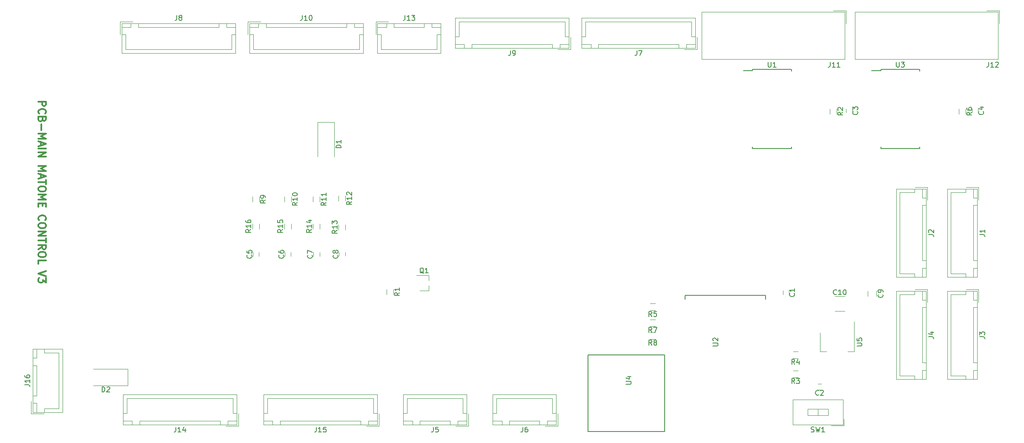
<source format=gto>
G04 #@! TF.FileFunction,Legend,Top*
%FSLAX46Y46*%
G04 Gerber Fmt 4.6, Leading zero omitted, Abs format (unit mm)*
G04 Created by KiCad (PCBNEW 4.0.7) date 01/22/18 23:51:58*
%MOMM*%
%LPD*%
G01*
G04 APERTURE LIST*
%ADD10C,0.100000*%
%ADD11C,0.300000*%
%ADD12C,0.120000*%
%ADD13C,0.152400*%
%ADD14C,0.150000*%
G04 APERTURE END LIST*
D10*
D11*
X53296429Y-62680714D02*
X54796429Y-62680714D01*
X54796429Y-63252142D01*
X54725000Y-63395000D01*
X54653571Y-63466428D01*
X54510714Y-63537857D01*
X54296429Y-63537857D01*
X54153571Y-63466428D01*
X54082143Y-63395000D01*
X54010714Y-63252142D01*
X54010714Y-62680714D01*
X53439286Y-65037857D02*
X53367857Y-64966428D01*
X53296429Y-64752142D01*
X53296429Y-64609285D01*
X53367857Y-64395000D01*
X53510714Y-64252142D01*
X53653571Y-64180714D01*
X53939286Y-64109285D01*
X54153571Y-64109285D01*
X54439286Y-64180714D01*
X54582143Y-64252142D01*
X54725000Y-64395000D01*
X54796429Y-64609285D01*
X54796429Y-64752142D01*
X54725000Y-64966428D01*
X54653571Y-65037857D01*
X54082143Y-66180714D02*
X54010714Y-66395000D01*
X53939286Y-66466428D01*
X53796429Y-66537857D01*
X53582143Y-66537857D01*
X53439286Y-66466428D01*
X53367857Y-66395000D01*
X53296429Y-66252142D01*
X53296429Y-65680714D01*
X54796429Y-65680714D01*
X54796429Y-66180714D01*
X54725000Y-66323571D01*
X54653571Y-66395000D01*
X54510714Y-66466428D01*
X54367857Y-66466428D01*
X54225000Y-66395000D01*
X54153571Y-66323571D01*
X54082143Y-66180714D01*
X54082143Y-65680714D01*
X53867857Y-67180714D02*
X53867857Y-68323571D01*
X53296429Y-69037857D02*
X54796429Y-69037857D01*
X53725000Y-69537857D01*
X54796429Y-70037857D01*
X53296429Y-70037857D01*
X53725000Y-70680714D02*
X53725000Y-71395000D01*
X53296429Y-70537857D02*
X54796429Y-71037857D01*
X53296429Y-71537857D01*
X53296429Y-72037857D02*
X54796429Y-72037857D01*
X53296429Y-72752143D02*
X54796429Y-72752143D01*
X53296429Y-73609286D01*
X54796429Y-73609286D01*
X53296429Y-75466429D02*
X54796429Y-75466429D01*
X53725000Y-75966429D01*
X54796429Y-76466429D01*
X53296429Y-76466429D01*
X53725000Y-77109286D02*
X53725000Y-77823572D01*
X53296429Y-76966429D02*
X54796429Y-77466429D01*
X53296429Y-77966429D01*
X54796429Y-78252143D02*
X54796429Y-79109286D01*
X53296429Y-78680715D02*
X54796429Y-78680715D01*
X54796429Y-79895000D02*
X54796429Y-80180714D01*
X54725000Y-80323572D01*
X54582143Y-80466429D01*
X54296429Y-80537857D01*
X53796429Y-80537857D01*
X53510714Y-80466429D01*
X53367857Y-80323572D01*
X53296429Y-80180714D01*
X53296429Y-79895000D01*
X53367857Y-79752143D01*
X53510714Y-79609286D01*
X53796429Y-79537857D01*
X54296429Y-79537857D01*
X54582143Y-79609286D01*
X54725000Y-79752143D01*
X54796429Y-79895000D01*
X53296429Y-81180715D02*
X54796429Y-81180715D01*
X53725000Y-81680715D01*
X54796429Y-82180715D01*
X53296429Y-82180715D01*
X54082143Y-82895001D02*
X54082143Y-83395001D01*
X53296429Y-83609287D02*
X53296429Y-82895001D01*
X54796429Y-82895001D01*
X54796429Y-83609287D01*
X53439286Y-86252144D02*
X53367857Y-86180715D01*
X53296429Y-85966429D01*
X53296429Y-85823572D01*
X53367857Y-85609287D01*
X53510714Y-85466429D01*
X53653571Y-85395001D01*
X53939286Y-85323572D01*
X54153571Y-85323572D01*
X54439286Y-85395001D01*
X54582143Y-85466429D01*
X54725000Y-85609287D01*
X54796429Y-85823572D01*
X54796429Y-85966429D01*
X54725000Y-86180715D01*
X54653571Y-86252144D01*
X54796429Y-87180715D02*
X54796429Y-87466429D01*
X54725000Y-87609287D01*
X54582143Y-87752144D01*
X54296429Y-87823572D01*
X53796429Y-87823572D01*
X53510714Y-87752144D01*
X53367857Y-87609287D01*
X53296429Y-87466429D01*
X53296429Y-87180715D01*
X53367857Y-87037858D01*
X53510714Y-86895001D01*
X53796429Y-86823572D01*
X54296429Y-86823572D01*
X54582143Y-86895001D01*
X54725000Y-87037858D01*
X54796429Y-87180715D01*
X53296429Y-88466430D02*
X54796429Y-88466430D01*
X53296429Y-89323573D01*
X54796429Y-89323573D01*
X54796429Y-89823573D02*
X54796429Y-90680716D01*
X53296429Y-90252145D02*
X54796429Y-90252145D01*
X53296429Y-92037859D02*
X54010714Y-91537859D01*
X53296429Y-91180716D02*
X54796429Y-91180716D01*
X54796429Y-91752144D01*
X54725000Y-91895002D01*
X54653571Y-91966430D01*
X54510714Y-92037859D01*
X54296429Y-92037859D01*
X54153571Y-91966430D01*
X54082143Y-91895002D01*
X54010714Y-91752144D01*
X54010714Y-91180716D01*
X54796429Y-92966430D02*
X54796429Y-93252144D01*
X54725000Y-93395002D01*
X54582143Y-93537859D01*
X54296429Y-93609287D01*
X53796429Y-93609287D01*
X53510714Y-93537859D01*
X53367857Y-93395002D01*
X53296429Y-93252144D01*
X53296429Y-92966430D01*
X53367857Y-92823573D01*
X53510714Y-92680716D01*
X53796429Y-92609287D01*
X54296429Y-92609287D01*
X54582143Y-92680716D01*
X54725000Y-92823573D01*
X54796429Y-92966430D01*
X53296429Y-94966431D02*
X53296429Y-94252145D01*
X54796429Y-94252145D01*
X54796429Y-96395002D02*
X53296429Y-96895002D01*
X54796429Y-97395002D01*
X54796429Y-97752145D02*
X54796429Y-98680716D01*
X54225000Y-98180716D01*
X54225000Y-98395002D01*
X54153571Y-98537859D01*
X54082143Y-98609288D01*
X53939286Y-98680716D01*
X53582143Y-98680716D01*
X53439286Y-98609288D01*
X53367857Y-98537859D01*
X53296429Y-98395002D01*
X53296429Y-97966430D01*
X53367857Y-97823573D01*
X53439286Y-97752145D01*
D12*
X158760000Y-51980000D02*
X158760000Y-46030000D01*
X158760000Y-46030000D02*
X136160000Y-46030000D01*
X136160000Y-46030000D02*
X136160000Y-51980000D01*
X136160000Y-51980000D02*
X158760000Y-51980000D01*
X155460000Y-51980000D02*
X155460000Y-51230000D01*
X155460000Y-51230000D02*
X139460000Y-51230000D01*
X139460000Y-51230000D02*
X139460000Y-51980000D01*
X139460000Y-51980000D02*
X155460000Y-51980000D01*
X158760000Y-51980000D02*
X158760000Y-51230000D01*
X158760000Y-51230000D02*
X156960000Y-51230000D01*
X156960000Y-51230000D02*
X156960000Y-51980000D01*
X156960000Y-51980000D02*
X158760000Y-51980000D01*
X137960000Y-51980000D02*
X137960000Y-51230000D01*
X137960000Y-51230000D02*
X136160000Y-51230000D01*
X136160000Y-51230000D02*
X136160000Y-51980000D01*
X136160000Y-51980000D02*
X137960000Y-51980000D01*
X158760000Y-49730000D02*
X158010000Y-49730000D01*
X158010000Y-49730000D02*
X158010000Y-46780000D01*
X158010000Y-46780000D02*
X147460000Y-46780000D01*
X136160000Y-49730000D02*
X136910000Y-49730000D01*
X136910000Y-49730000D02*
X136910000Y-46780000D01*
X136910000Y-46780000D02*
X147460000Y-46780000D01*
X156560000Y-52280000D02*
X159060000Y-52280000D01*
X159060000Y-52280000D02*
X159060000Y-49780000D01*
X183920000Y-51980000D02*
X183920000Y-46030000D01*
X183920000Y-46030000D02*
X161320000Y-46030000D01*
X161320000Y-46030000D02*
X161320000Y-51980000D01*
X161320000Y-51980000D02*
X183920000Y-51980000D01*
X180620000Y-51980000D02*
X180620000Y-51230000D01*
X180620000Y-51230000D02*
X164620000Y-51230000D01*
X164620000Y-51230000D02*
X164620000Y-51980000D01*
X164620000Y-51980000D02*
X180620000Y-51980000D01*
X183920000Y-51980000D02*
X183920000Y-51230000D01*
X183920000Y-51230000D02*
X182120000Y-51230000D01*
X182120000Y-51230000D02*
X182120000Y-51980000D01*
X182120000Y-51980000D02*
X183920000Y-51980000D01*
X163120000Y-51980000D02*
X163120000Y-51230000D01*
X163120000Y-51230000D02*
X161320000Y-51230000D01*
X161320000Y-51230000D02*
X161320000Y-51980000D01*
X161320000Y-51980000D02*
X163120000Y-51980000D01*
X183920000Y-49730000D02*
X183170000Y-49730000D01*
X183170000Y-49730000D02*
X183170000Y-46780000D01*
X183170000Y-46780000D02*
X172620000Y-46780000D01*
X161320000Y-49730000D02*
X162070000Y-49730000D01*
X162070000Y-49730000D02*
X162070000Y-46780000D01*
X162070000Y-46780000D02*
X172620000Y-46780000D01*
X181720000Y-52280000D02*
X184220000Y-52280000D01*
X184220000Y-52280000D02*
X184220000Y-49780000D01*
X52160000Y-124470000D02*
X58110000Y-124470000D01*
X58110000Y-124470000D02*
X58110000Y-111870000D01*
X58110000Y-111870000D02*
X52160000Y-111870000D01*
X52160000Y-111870000D02*
X52160000Y-124470000D01*
X52160000Y-121170000D02*
X52910000Y-121170000D01*
X52910000Y-121170000D02*
X52910000Y-115170000D01*
X52910000Y-115170000D02*
X52160000Y-115170000D01*
X52160000Y-115170000D02*
X52160000Y-121170000D01*
X52160000Y-124470000D02*
X52910000Y-124470000D01*
X52910000Y-124470000D02*
X52910000Y-122670000D01*
X52910000Y-122670000D02*
X52160000Y-122670000D01*
X52160000Y-122670000D02*
X52160000Y-124470000D01*
X52160000Y-113670000D02*
X52910000Y-113670000D01*
X52910000Y-113670000D02*
X52910000Y-111870000D01*
X52910000Y-111870000D02*
X52160000Y-111870000D01*
X52160000Y-111870000D02*
X52160000Y-113670000D01*
X54410000Y-124470000D02*
X54410000Y-123720000D01*
X54410000Y-123720000D02*
X57360000Y-123720000D01*
X57360000Y-123720000D02*
X57360000Y-118170000D01*
X54410000Y-111870000D02*
X54410000Y-112620000D01*
X54410000Y-112620000D02*
X57360000Y-112620000D01*
X57360000Y-112620000D02*
X57360000Y-118170000D01*
X51860000Y-122270000D02*
X51860000Y-124770000D01*
X51860000Y-124770000D02*
X54360000Y-124770000D01*
X120660000Y-126910000D02*
X120660000Y-120960000D01*
X120660000Y-120960000D02*
X98060000Y-120960000D01*
X98060000Y-120960000D02*
X98060000Y-126910000D01*
X98060000Y-126910000D02*
X120660000Y-126910000D01*
X117360000Y-126910000D02*
X117360000Y-126160000D01*
X117360000Y-126160000D02*
X101360000Y-126160000D01*
X101360000Y-126160000D02*
X101360000Y-126910000D01*
X101360000Y-126910000D02*
X117360000Y-126910000D01*
X120660000Y-126910000D02*
X120660000Y-126160000D01*
X120660000Y-126160000D02*
X118860000Y-126160000D01*
X118860000Y-126160000D02*
X118860000Y-126910000D01*
X118860000Y-126910000D02*
X120660000Y-126910000D01*
X99860000Y-126910000D02*
X99860000Y-126160000D01*
X99860000Y-126160000D02*
X98060000Y-126160000D01*
X98060000Y-126160000D02*
X98060000Y-126910000D01*
X98060000Y-126910000D02*
X99860000Y-126910000D01*
X120660000Y-124660000D02*
X119910000Y-124660000D01*
X119910000Y-124660000D02*
X119910000Y-121710000D01*
X119910000Y-121710000D02*
X109360000Y-121710000D01*
X98060000Y-124660000D02*
X98810000Y-124660000D01*
X98810000Y-124660000D02*
X98810000Y-121710000D01*
X98810000Y-121710000D02*
X109360000Y-121710000D01*
X118460000Y-127210000D02*
X120960000Y-127210000D01*
X120960000Y-127210000D02*
X120960000Y-124710000D01*
X92720000Y-126910000D02*
X92720000Y-120960000D01*
X92720000Y-120960000D02*
X70120000Y-120960000D01*
X70120000Y-120960000D02*
X70120000Y-126910000D01*
X70120000Y-126910000D02*
X92720000Y-126910000D01*
X89420000Y-126910000D02*
X89420000Y-126160000D01*
X89420000Y-126160000D02*
X73420000Y-126160000D01*
X73420000Y-126160000D02*
X73420000Y-126910000D01*
X73420000Y-126910000D02*
X89420000Y-126910000D01*
X92720000Y-126910000D02*
X92720000Y-126160000D01*
X92720000Y-126160000D02*
X90920000Y-126160000D01*
X90920000Y-126160000D02*
X90920000Y-126910000D01*
X90920000Y-126910000D02*
X92720000Y-126910000D01*
X71920000Y-126910000D02*
X71920000Y-126160000D01*
X71920000Y-126160000D02*
X70120000Y-126160000D01*
X70120000Y-126160000D02*
X70120000Y-126910000D01*
X70120000Y-126910000D02*
X71920000Y-126910000D01*
X92720000Y-124660000D02*
X91970000Y-124660000D01*
X91970000Y-124660000D02*
X91970000Y-121710000D01*
X91970000Y-121710000D02*
X81420000Y-121710000D01*
X70120000Y-124660000D02*
X70870000Y-124660000D01*
X70870000Y-124660000D02*
X70870000Y-121710000D01*
X70870000Y-121710000D02*
X81420000Y-121710000D01*
X90520000Y-127210000D02*
X93020000Y-127210000D01*
X93020000Y-127210000D02*
X93020000Y-124710000D01*
X120680000Y-47080000D02*
X120680000Y-53030000D01*
X120680000Y-53030000D02*
X133280000Y-53030000D01*
X133280000Y-53030000D02*
X133280000Y-47080000D01*
X133280000Y-47080000D02*
X120680000Y-47080000D01*
X123980000Y-47080000D02*
X123980000Y-47830000D01*
X123980000Y-47830000D02*
X129980000Y-47830000D01*
X129980000Y-47830000D02*
X129980000Y-47080000D01*
X129980000Y-47080000D02*
X123980000Y-47080000D01*
X120680000Y-47080000D02*
X120680000Y-47830000D01*
X120680000Y-47830000D02*
X122480000Y-47830000D01*
X122480000Y-47830000D02*
X122480000Y-47080000D01*
X122480000Y-47080000D02*
X120680000Y-47080000D01*
X131480000Y-47080000D02*
X131480000Y-47830000D01*
X131480000Y-47830000D02*
X133280000Y-47830000D01*
X133280000Y-47830000D02*
X133280000Y-47080000D01*
X133280000Y-47080000D02*
X131480000Y-47080000D01*
X120680000Y-49330000D02*
X121430000Y-49330000D01*
X121430000Y-49330000D02*
X121430000Y-52280000D01*
X121430000Y-52280000D02*
X126980000Y-52280000D01*
X133280000Y-49330000D02*
X132530000Y-49330000D01*
X132530000Y-49330000D02*
X132530000Y-52280000D01*
X132530000Y-52280000D02*
X126980000Y-52280000D01*
X122880000Y-46780000D02*
X120380000Y-46780000D01*
X120380000Y-46780000D02*
X120380000Y-49280000D01*
X95240000Y-47080000D02*
X95240000Y-53030000D01*
X95240000Y-53030000D02*
X117840000Y-53030000D01*
X117840000Y-53030000D02*
X117840000Y-47080000D01*
X117840000Y-47080000D02*
X95240000Y-47080000D01*
X98540000Y-47080000D02*
X98540000Y-47830000D01*
X98540000Y-47830000D02*
X114540000Y-47830000D01*
X114540000Y-47830000D02*
X114540000Y-47080000D01*
X114540000Y-47080000D02*
X98540000Y-47080000D01*
X95240000Y-47080000D02*
X95240000Y-47830000D01*
X95240000Y-47830000D02*
X97040000Y-47830000D01*
X97040000Y-47830000D02*
X97040000Y-47080000D01*
X97040000Y-47080000D02*
X95240000Y-47080000D01*
X116040000Y-47080000D02*
X116040000Y-47830000D01*
X116040000Y-47830000D02*
X117840000Y-47830000D01*
X117840000Y-47830000D02*
X117840000Y-47080000D01*
X117840000Y-47080000D02*
X116040000Y-47080000D01*
X95240000Y-49330000D02*
X95990000Y-49330000D01*
X95990000Y-49330000D02*
X95990000Y-52280000D01*
X95990000Y-52280000D02*
X106540000Y-52280000D01*
X117840000Y-49330000D02*
X117090000Y-49330000D01*
X117090000Y-49330000D02*
X117090000Y-52280000D01*
X117090000Y-52280000D02*
X106540000Y-52280000D01*
X97440000Y-46780000D02*
X94940000Y-46780000D01*
X94940000Y-46780000D02*
X94940000Y-49280000D01*
X69840000Y-47080000D02*
X69840000Y-53030000D01*
X69840000Y-53030000D02*
X92440000Y-53030000D01*
X92440000Y-53030000D02*
X92440000Y-47080000D01*
X92440000Y-47080000D02*
X69840000Y-47080000D01*
X73140000Y-47080000D02*
X73140000Y-47830000D01*
X73140000Y-47830000D02*
X89140000Y-47830000D01*
X89140000Y-47830000D02*
X89140000Y-47080000D01*
X89140000Y-47080000D02*
X73140000Y-47080000D01*
X69840000Y-47080000D02*
X69840000Y-47830000D01*
X69840000Y-47830000D02*
X71640000Y-47830000D01*
X71640000Y-47830000D02*
X71640000Y-47080000D01*
X71640000Y-47080000D02*
X69840000Y-47080000D01*
X90640000Y-47080000D02*
X90640000Y-47830000D01*
X90640000Y-47830000D02*
X92440000Y-47830000D01*
X92440000Y-47830000D02*
X92440000Y-47080000D01*
X92440000Y-47080000D02*
X90640000Y-47080000D01*
X69840000Y-49330000D02*
X70590000Y-49330000D01*
X70590000Y-49330000D02*
X70590000Y-52280000D01*
X70590000Y-52280000D02*
X81140000Y-52280000D01*
X92440000Y-49330000D02*
X91690000Y-49330000D01*
X91690000Y-49330000D02*
X91690000Y-52280000D01*
X91690000Y-52280000D02*
X81140000Y-52280000D01*
X72040000Y-46780000D02*
X69540000Y-46780000D01*
X69540000Y-46780000D02*
X69540000Y-49280000D01*
X156220000Y-126910000D02*
X156220000Y-120960000D01*
X156220000Y-120960000D02*
X143620000Y-120960000D01*
X143620000Y-120960000D02*
X143620000Y-126910000D01*
X143620000Y-126910000D02*
X156220000Y-126910000D01*
X152920000Y-126910000D02*
X152920000Y-126160000D01*
X152920000Y-126160000D02*
X146920000Y-126160000D01*
X146920000Y-126160000D02*
X146920000Y-126910000D01*
X146920000Y-126910000D02*
X152920000Y-126910000D01*
X156220000Y-126910000D02*
X156220000Y-126160000D01*
X156220000Y-126160000D02*
X154420000Y-126160000D01*
X154420000Y-126160000D02*
X154420000Y-126910000D01*
X154420000Y-126910000D02*
X156220000Y-126910000D01*
X145420000Y-126910000D02*
X145420000Y-126160000D01*
X145420000Y-126160000D02*
X143620000Y-126160000D01*
X143620000Y-126160000D02*
X143620000Y-126910000D01*
X143620000Y-126910000D02*
X145420000Y-126910000D01*
X156220000Y-124660000D02*
X155470000Y-124660000D01*
X155470000Y-124660000D02*
X155470000Y-121710000D01*
X155470000Y-121710000D02*
X149920000Y-121710000D01*
X143620000Y-124660000D02*
X144370000Y-124660000D01*
X144370000Y-124660000D02*
X144370000Y-121710000D01*
X144370000Y-121710000D02*
X149920000Y-121710000D01*
X154020000Y-127210000D02*
X156520000Y-127210000D01*
X156520000Y-127210000D02*
X156520000Y-124710000D01*
X138440000Y-126910000D02*
X138440000Y-120960000D01*
X138440000Y-120960000D02*
X125840000Y-120960000D01*
X125840000Y-120960000D02*
X125840000Y-126910000D01*
X125840000Y-126910000D02*
X138440000Y-126910000D01*
X135140000Y-126910000D02*
X135140000Y-126160000D01*
X135140000Y-126160000D02*
X129140000Y-126160000D01*
X129140000Y-126160000D02*
X129140000Y-126910000D01*
X129140000Y-126910000D02*
X135140000Y-126910000D01*
X138440000Y-126910000D02*
X138440000Y-126160000D01*
X138440000Y-126160000D02*
X136640000Y-126160000D01*
X136640000Y-126160000D02*
X136640000Y-126910000D01*
X136640000Y-126910000D02*
X138440000Y-126910000D01*
X127640000Y-126910000D02*
X127640000Y-126160000D01*
X127640000Y-126160000D02*
X125840000Y-126160000D01*
X125840000Y-126160000D02*
X125840000Y-126910000D01*
X125840000Y-126910000D02*
X127640000Y-126910000D01*
X138440000Y-124660000D02*
X137690000Y-124660000D01*
X137690000Y-124660000D02*
X137690000Y-121710000D01*
X137690000Y-121710000D02*
X132140000Y-121710000D01*
X125840000Y-124660000D02*
X126590000Y-124660000D01*
X126590000Y-124660000D02*
X126590000Y-121710000D01*
X126590000Y-121710000D02*
X132140000Y-121710000D01*
X136240000Y-127210000D02*
X138740000Y-127210000D01*
X138740000Y-127210000D02*
X138740000Y-124710000D01*
X229780000Y-100320000D02*
X223830000Y-100320000D01*
X223830000Y-100320000D02*
X223830000Y-117920000D01*
X223830000Y-117920000D02*
X229780000Y-117920000D01*
X229780000Y-117920000D02*
X229780000Y-100320000D01*
X229780000Y-103620000D02*
X229030000Y-103620000D01*
X229030000Y-103620000D02*
X229030000Y-114620000D01*
X229030000Y-114620000D02*
X229780000Y-114620000D01*
X229780000Y-114620000D02*
X229780000Y-103620000D01*
X229780000Y-100320000D02*
X229030000Y-100320000D01*
X229030000Y-100320000D02*
X229030000Y-102120000D01*
X229030000Y-102120000D02*
X229780000Y-102120000D01*
X229780000Y-102120000D02*
X229780000Y-100320000D01*
X229780000Y-116120000D02*
X229030000Y-116120000D01*
X229030000Y-116120000D02*
X229030000Y-117920000D01*
X229030000Y-117920000D02*
X229780000Y-117920000D01*
X229780000Y-117920000D02*
X229780000Y-116120000D01*
X227530000Y-100320000D02*
X227530000Y-101070000D01*
X227530000Y-101070000D02*
X224580000Y-101070000D01*
X224580000Y-101070000D02*
X224580000Y-109120000D01*
X227530000Y-117920000D02*
X227530000Y-117170000D01*
X227530000Y-117170000D02*
X224580000Y-117170000D01*
X224580000Y-117170000D02*
X224580000Y-109120000D01*
X230080000Y-102520000D02*
X230080000Y-100020000D01*
X230080000Y-100020000D02*
X227580000Y-100020000D01*
X239940000Y-100320000D02*
X233990000Y-100320000D01*
X233990000Y-100320000D02*
X233990000Y-117920000D01*
X233990000Y-117920000D02*
X239940000Y-117920000D01*
X239940000Y-117920000D02*
X239940000Y-100320000D01*
X239940000Y-103620000D02*
X239190000Y-103620000D01*
X239190000Y-103620000D02*
X239190000Y-114620000D01*
X239190000Y-114620000D02*
X239940000Y-114620000D01*
X239940000Y-114620000D02*
X239940000Y-103620000D01*
X239940000Y-100320000D02*
X239190000Y-100320000D01*
X239190000Y-100320000D02*
X239190000Y-102120000D01*
X239190000Y-102120000D02*
X239940000Y-102120000D01*
X239940000Y-102120000D02*
X239940000Y-100320000D01*
X239940000Y-116120000D02*
X239190000Y-116120000D01*
X239190000Y-116120000D02*
X239190000Y-117920000D01*
X239190000Y-117920000D02*
X239940000Y-117920000D01*
X239940000Y-117920000D02*
X239940000Y-116120000D01*
X237690000Y-100320000D02*
X237690000Y-101070000D01*
X237690000Y-101070000D02*
X234740000Y-101070000D01*
X234740000Y-101070000D02*
X234740000Y-109120000D01*
X237690000Y-117920000D02*
X237690000Y-117170000D01*
X237690000Y-117170000D02*
X234740000Y-117170000D01*
X234740000Y-117170000D02*
X234740000Y-109120000D01*
X240240000Y-102520000D02*
X240240000Y-100020000D01*
X240240000Y-100020000D02*
X237740000Y-100020000D01*
X229780000Y-80000000D02*
X223830000Y-80000000D01*
X223830000Y-80000000D02*
X223830000Y-97600000D01*
X223830000Y-97600000D02*
X229780000Y-97600000D01*
X229780000Y-97600000D02*
X229780000Y-80000000D01*
X229780000Y-83300000D02*
X229030000Y-83300000D01*
X229030000Y-83300000D02*
X229030000Y-94300000D01*
X229030000Y-94300000D02*
X229780000Y-94300000D01*
X229780000Y-94300000D02*
X229780000Y-83300000D01*
X229780000Y-80000000D02*
X229030000Y-80000000D01*
X229030000Y-80000000D02*
X229030000Y-81800000D01*
X229030000Y-81800000D02*
X229780000Y-81800000D01*
X229780000Y-81800000D02*
X229780000Y-80000000D01*
X229780000Y-95800000D02*
X229030000Y-95800000D01*
X229030000Y-95800000D02*
X229030000Y-97600000D01*
X229030000Y-97600000D02*
X229780000Y-97600000D01*
X229780000Y-97600000D02*
X229780000Y-95800000D01*
X227530000Y-80000000D02*
X227530000Y-80750000D01*
X227530000Y-80750000D02*
X224580000Y-80750000D01*
X224580000Y-80750000D02*
X224580000Y-88800000D01*
X227530000Y-97600000D02*
X227530000Y-96850000D01*
X227530000Y-96850000D02*
X224580000Y-96850000D01*
X224580000Y-96850000D02*
X224580000Y-88800000D01*
X230080000Y-82200000D02*
X230080000Y-79700000D01*
X230080000Y-79700000D02*
X227580000Y-79700000D01*
X239940000Y-80000000D02*
X233990000Y-80000000D01*
X233990000Y-80000000D02*
X233990000Y-97600000D01*
X233990000Y-97600000D02*
X239940000Y-97600000D01*
X239940000Y-97600000D02*
X239940000Y-80000000D01*
X239940000Y-83300000D02*
X239190000Y-83300000D01*
X239190000Y-83300000D02*
X239190000Y-94300000D01*
X239190000Y-94300000D02*
X239940000Y-94300000D01*
X239940000Y-94300000D02*
X239940000Y-83300000D01*
X239940000Y-80000000D02*
X239190000Y-80000000D01*
X239190000Y-80000000D02*
X239190000Y-81800000D01*
X239190000Y-81800000D02*
X239940000Y-81800000D01*
X239940000Y-81800000D02*
X239940000Y-80000000D01*
X239940000Y-95800000D02*
X239190000Y-95800000D01*
X239190000Y-95800000D02*
X239190000Y-97600000D01*
X239190000Y-97600000D02*
X239940000Y-97600000D01*
X239940000Y-97600000D02*
X239940000Y-95800000D01*
X237690000Y-80000000D02*
X237690000Y-80750000D01*
X237690000Y-80750000D02*
X234740000Y-80750000D01*
X234740000Y-80750000D02*
X234740000Y-88800000D01*
X237690000Y-97600000D02*
X237690000Y-96850000D01*
X237690000Y-96850000D02*
X234740000Y-96850000D01*
X234740000Y-96850000D02*
X234740000Y-88800000D01*
X240240000Y-82200000D02*
X240240000Y-79700000D01*
X240240000Y-79700000D02*
X237740000Y-79700000D01*
X244110000Y-54205000D02*
X215630000Y-54205000D01*
X215630000Y-54205000D02*
X215630000Y-44855000D01*
X215630000Y-44855000D02*
X244110000Y-44855000D01*
X244110000Y-44855000D02*
X244110000Y-54205000D01*
X244360000Y-44605000D02*
X241820000Y-44605000D01*
X244360000Y-44605000D02*
X244360000Y-47145000D01*
X213630000Y-54205000D02*
X185150000Y-54205000D01*
X185150000Y-54205000D02*
X185150000Y-44855000D01*
X185150000Y-44855000D02*
X213630000Y-44855000D01*
X213630000Y-44855000D02*
X213630000Y-54205000D01*
X213880000Y-44605000D02*
X211340000Y-44605000D01*
X213880000Y-44605000D02*
X213880000Y-47145000D01*
D13*
X197866000Y-101981000D02*
X197866000Y-101219000D01*
X197866000Y-101219000D02*
X181864000Y-101219000D01*
X181864000Y-101219000D02*
X181864000Y-101981000D01*
D12*
X208680000Y-112425000D02*
X209940000Y-112425000D01*
X215500000Y-112425000D02*
X214240000Y-112425000D01*
X208680000Y-108665000D02*
X208680000Y-112425000D01*
X215500000Y-106415000D02*
X215500000Y-112425000D01*
X213630000Y-101390000D02*
X211630000Y-101390000D01*
X211630000Y-104350000D02*
X213630000Y-104350000D01*
X219880000Y-101350000D02*
X219880000Y-100350000D01*
X218180000Y-100350000D02*
X218180000Y-101350000D01*
D14*
X220790000Y-56260000D02*
X220790000Y-56535000D01*
X228540000Y-56260000D02*
X228540000Y-56625000D01*
X228540000Y-72010000D02*
X228540000Y-71645000D01*
X220790000Y-72010000D02*
X220790000Y-71645000D01*
X220790000Y-56260000D02*
X228540000Y-56260000D01*
X220790000Y-72010000D02*
X228540000Y-72010000D01*
X220790000Y-56535000D02*
X218965000Y-56535000D01*
X195260000Y-56260000D02*
X195260000Y-56535000D01*
X203010000Y-56260000D02*
X203010000Y-56625000D01*
X203010000Y-72010000D02*
X203010000Y-71645000D01*
X195260000Y-72010000D02*
X195260000Y-71645000D01*
X195260000Y-56260000D02*
X203010000Y-56260000D01*
X195260000Y-72010000D02*
X203010000Y-72010000D01*
X195260000Y-56535000D02*
X193435000Y-56535000D01*
D12*
X97200000Y-86960000D02*
X97200000Y-87960000D01*
X95840000Y-87960000D02*
X95840000Y-86960000D01*
X103550000Y-86960000D02*
X103550000Y-87960000D01*
X102190000Y-87960000D02*
X102190000Y-86960000D01*
X109265000Y-86960000D02*
X109265000Y-87960000D01*
X107905000Y-87960000D02*
X107905000Y-86960000D01*
X114345000Y-87130000D02*
X114345000Y-88130000D01*
X112985000Y-88130000D02*
X112985000Y-87130000D01*
X112985000Y-82415000D02*
X112985000Y-81415000D01*
X114345000Y-81415000D02*
X114345000Y-82415000D01*
X107905000Y-82585000D02*
X107905000Y-81585000D01*
X109265000Y-81585000D02*
X109265000Y-82585000D01*
X102190000Y-82585000D02*
X102190000Y-81585000D01*
X103550000Y-81585000D02*
X103550000Y-82585000D01*
X95840000Y-82585000D02*
X95840000Y-81585000D01*
X97200000Y-81585000D02*
X97200000Y-82585000D01*
X174930000Y-108540000D02*
X175930000Y-108540000D01*
X175930000Y-109900000D02*
X174930000Y-109900000D01*
X174930000Y-106000000D02*
X175930000Y-106000000D01*
X175930000Y-107360000D02*
X174930000Y-107360000D01*
X236302000Y-65100000D02*
X236302000Y-64100000D01*
X237662000Y-64100000D02*
X237662000Y-65100000D01*
X174930000Y-102825000D02*
X175930000Y-102825000D01*
X175930000Y-104185000D02*
X174930000Y-104185000D01*
X203335000Y-112350000D02*
X204335000Y-112350000D01*
X204335000Y-113710000D02*
X203335000Y-113710000D01*
X203335000Y-116160000D02*
X204335000Y-116160000D01*
X204335000Y-117520000D02*
X203335000Y-117520000D01*
X210648000Y-65100000D02*
X210648000Y-64100000D01*
X212008000Y-64100000D02*
X212008000Y-65100000D01*
X122510000Y-101000000D02*
X122510000Y-100000000D01*
X123870000Y-100000000D02*
X123870000Y-101000000D01*
X113065000Y-93375000D02*
X113065000Y-92675000D01*
X114265000Y-92675000D02*
X114265000Y-93375000D01*
X107985000Y-93380000D02*
X107985000Y-92680000D01*
X109185000Y-92680000D02*
X109185000Y-93380000D01*
X102270000Y-93380000D02*
X102270000Y-92680000D01*
X103470000Y-92680000D02*
X103470000Y-93380000D01*
X95920000Y-93380000D02*
X95920000Y-92680000D01*
X97120000Y-92680000D02*
X97120000Y-93380000D01*
X240122000Y-64100000D02*
X240122000Y-64800000D01*
X238922000Y-64800000D02*
X238922000Y-64100000D01*
X215103000Y-64100000D02*
X215103000Y-64800000D01*
X213903000Y-64800000D02*
X213903000Y-64100000D01*
X208945000Y-119980000D02*
X208245000Y-119980000D01*
X208245000Y-118780000D02*
X208945000Y-118780000D01*
X202530000Y-100300000D02*
X202530000Y-101000000D01*
X201330000Y-101000000D02*
X201330000Y-100300000D01*
X213490000Y-127140000D02*
X213490000Y-125870000D01*
X213490000Y-127140000D02*
X210950000Y-127140000D01*
X213290000Y-126940000D02*
X203270000Y-126940000D01*
X203270000Y-126940000D02*
X203270000Y-121980000D01*
X203270000Y-121980000D02*
X213290000Y-121980000D01*
X213290000Y-121980000D02*
X213290000Y-126940000D01*
X210310000Y-125095000D02*
X210310000Y-123825000D01*
X210310000Y-123825000D02*
X206250000Y-123825000D01*
X206250000Y-123825000D02*
X206250000Y-125095000D01*
X206250000Y-125095000D02*
X210310000Y-125095000D01*
X208280000Y-125095000D02*
X208280000Y-123825000D01*
X130930000Y-99245000D02*
X130930000Y-100295000D01*
X130930000Y-100295000D02*
X129080000Y-100295000D01*
X130930000Y-97245000D02*
X130930000Y-98245000D01*
X130910000Y-97235000D02*
X128480000Y-97235000D01*
X112140000Y-66720000D02*
X108840000Y-66720000D01*
X108840000Y-66720000D02*
X108840000Y-73620000D01*
X112140000Y-66720000D02*
X112140000Y-73620000D01*
X71075000Y-119125000D02*
X71075000Y-115825000D01*
X71075000Y-115825000D02*
X64175000Y-115825000D01*
X71075000Y-119125000D02*
X64175000Y-119125000D01*
D14*
X162560000Y-128270000D02*
X162560000Y-113030000D01*
X162560000Y-113030000D02*
X177800000Y-113030000D01*
X177800000Y-113030000D02*
X177800000Y-128270000D01*
X177800000Y-128270000D02*
X162560000Y-128270000D01*
X147126667Y-52482381D02*
X147126667Y-53196667D01*
X147079047Y-53339524D01*
X146983809Y-53434762D01*
X146840952Y-53482381D01*
X146745714Y-53482381D01*
X147650476Y-53482381D02*
X147840952Y-53482381D01*
X147936191Y-53434762D01*
X147983810Y-53387143D01*
X148079048Y-53244286D01*
X148126667Y-53053810D01*
X148126667Y-52672857D01*
X148079048Y-52577619D01*
X148031429Y-52530000D01*
X147936191Y-52482381D01*
X147745714Y-52482381D01*
X147650476Y-52530000D01*
X147602857Y-52577619D01*
X147555238Y-52672857D01*
X147555238Y-52910952D01*
X147602857Y-53006190D01*
X147650476Y-53053810D01*
X147745714Y-53101429D01*
X147936191Y-53101429D01*
X148031429Y-53053810D01*
X148079048Y-53006190D01*
X148126667Y-52910952D01*
X172286667Y-52482381D02*
X172286667Y-53196667D01*
X172239047Y-53339524D01*
X172143809Y-53434762D01*
X172000952Y-53482381D01*
X171905714Y-53482381D01*
X172667619Y-52482381D02*
X173334286Y-52482381D01*
X172905714Y-53482381D01*
X50562381Y-118979523D02*
X51276667Y-118979523D01*
X51419524Y-119027143D01*
X51514762Y-119122381D01*
X51562381Y-119265238D01*
X51562381Y-119360476D01*
X51562381Y-117979523D02*
X51562381Y-118550952D01*
X51562381Y-118265238D02*
X50562381Y-118265238D01*
X50705238Y-118360476D01*
X50800476Y-118455714D01*
X50848095Y-118550952D01*
X50562381Y-117122380D02*
X50562381Y-117312857D01*
X50610000Y-117408095D01*
X50657619Y-117455714D01*
X50800476Y-117550952D01*
X50990952Y-117598571D01*
X51371905Y-117598571D01*
X51467143Y-117550952D01*
X51514762Y-117503333D01*
X51562381Y-117408095D01*
X51562381Y-117217618D01*
X51514762Y-117122380D01*
X51467143Y-117074761D01*
X51371905Y-117027142D01*
X51133810Y-117027142D01*
X51038571Y-117074761D01*
X50990952Y-117122380D01*
X50943333Y-117217618D01*
X50943333Y-117408095D01*
X50990952Y-117503333D01*
X51038571Y-117550952D01*
X51133810Y-117598571D01*
X108550477Y-127412381D02*
X108550477Y-128126667D01*
X108502857Y-128269524D01*
X108407619Y-128364762D01*
X108264762Y-128412381D01*
X108169524Y-128412381D01*
X109550477Y-128412381D02*
X108979048Y-128412381D01*
X109264762Y-128412381D02*
X109264762Y-127412381D01*
X109169524Y-127555238D01*
X109074286Y-127650476D01*
X108979048Y-127698095D01*
X110455239Y-127412381D02*
X109979048Y-127412381D01*
X109931429Y-127888571D01*
X109979048Y-127840952D01*
X110074286Y-127793333D01*
X110312382Y-127793333D01*
X110407620Y-127840952D01*
X110455239Y-127888571D01*
X110502858Y-127983810D01*
X110502858Y-128221905D01*
X110455239Y-128317143D01*
X110407620Y-128364762D01*
X110312382Y-128412381D01*
X110074286Y-128412381D01*
X109979048Y-128364762D01*
X109931429Y-128317143D01*
X80610477Y-127412381D02*
X80610477Y-128126667D01*
X80562857Y-128269524D01*
X80467619Y-128364762D01*
X80324762Y-128412381D01*
X80229524Y-128412381D01*
X81610477Y-128412381D02*
X81039048Y-128412381D01*
X81324762Y-128412381D02*
X81324762Y-127412381D01*
X81229524Y-127555238D01*
X81134286Y-127650476D01*
X81039048Y-127698095D01*
X82467620Y-127745714D02*
X82467620Y-128412381D01*
X82229524Y-127364762D02*
X81991429Y-128079048D01*
X82610477Y-128079048D01*
X126170477Y-45482381D02*
X126170477Y-46196667D01*
X126122857Y-46339524D01*
X126027619Y-46434762D01*
X125884762Y-46482381D01*
X125789524Y-46482381D01*
X127170477Y-46482381D02*
X126599048Y-46482381D01*
X126884762Y-46482381D02*
X126884762Y-45482381D01*
X126789524Y-45625238D01*
X126694286Y-45720476D01*
X126599048Y-45768095D01*
X127503810Y-45482381D02*
X128122858Y-45482381D01*
X127789524Y-45863333D01*
X127932382Y-45863333D01*
X128027620Y-45910952D01*
X128075239Y-45958571D01*
X128122858Y-46053810D01*
X128122858Y-46291905D01*
X128075239Y-46387143D01*
X128027620Y-46434762D01*
X127932382Y-46482381D01*
X127646667Y-46482381D01*
X127551429Y-46434762D01*
X127503810Y-46387143D01*
X105730477Y-45482381D02*
X105730477Y-46196667D01*
X105682857Y-46339524D01*
X105587619Y-46434762D01*
X105444762Y-46482381D01*
X105349524Y-46482381D01*
X106730477Y-46482381D02*
X106159048Y-46482381D01*
X106444762Y-46482381D02*
X106444762Y-45482381D01*
X106349524Y-45625238D01*
X106254286Y-45720476D01*
X106159048Y-45768095D01*
X107349524Y-45482381D02*
X107444763Y-45482381D01*
X107540001Y-45530000D01*
X107587620Y-45577619D01*
X107635239Y-45672857D01*
X107682858Y-45863333D01*
X107682858Y-46101429D01*
X107635239Y-46291905D01*
X107587620Y-46387143D01*
X107540001Y-46434762D01*
X107444763Y-46482381D01*
X107349524Y-46482381D01*
X107254286Y-46434762D01*
X107206667Y-46387143D01*
X107159048Y-46291905D01*
X107111429Y-46101429D01*
X107111429Y-45863333D01*
X107159048Y-45672857D01*
X107206667Y-45577619D01*
X107254286Y-45530000D01*
X107349524Y-45482381D01*
X80806667Y-45482381D02*
X80806667Y-46196667D01*
X80759047Y-46339524D01*
X80663809Y-46434762D01*
X80520952Y-46482381D01*
X80425714Y-46482381D01*
X81425714Y-45910952D02*
X81330476Y-45863333D01*
X81282857Y-45815714D01*
X81235238Y-45720476D01*
X81235238Y-45672857D01*
X81282857Y-45577619D01*
X81330476Y-45530000D01*
X81425714Y-45482381D01*
X81616191Y-45482381D01*
X81711429Y-45530000D01*
X81759048Y-45577619D01*
X81806667Y-45672857D01*
X81806667Y-45720476D01*
X81759048Y-45815714D01*
X81711429Y-45863333D01*
X81616191Y-45910952D01*
X81425714Y-45910952D01*
X81330476Y-45958571D01*
X81282857Y-46006190D01*
X81235238Y-46101429D01*
X81235238Y-46291905D01*
X81282857Y-46387143D01*
X81330476Y-46434762D01*
X81425714Y-46482381D01*
X81616191Y-46482381D01*
X81711429Y-46434762D01*
X81759048Y-46387143D01*
X81806667Y-46291905D01*
X81806667Y-46101429D01*
X81759048Y-46006190D01*
X81711429Y-45958571D01*
X81616191Y-45910952D01*
X149586667Y-127412381D02*
X149586667Y-128126667D01*
X149539047Y-128269524D01*
X149443809Y-128364762D01*
X149300952Y-128412381D01*
X149205714Y-128412381D01*
X150491429Y-127412381D02*
X150300952Y-127412381D01*
X150205714Y-127460000D01*
X150158095Y-127507619D01*
X150062857Y-127650476D01*
X150015238Y-127840952D01*
X150015238Y-128221905D01*
X150062857Y-128317143D01*
X150110476Y-128364762D01*
X150205714Y-128412381D01*
X150396191Y-128412381D01*
X150491429Y-128364762D01*
X150539048Y-128317143D01*
X150586667Y-128221905D01*
X150586667Y-127983810D01*
X150539048Y-127888571D01*
X150491429Y-127840952D01*
X150396191Y-127793333D01*
X150205714Y-127793333D01*
X150110476Y-127840952D01*
X150062857Y-127888571D01*
X150015238Y-127983810D01*
X131806667Y-127412381D02*
X131806667Y-128126667D01*
X131759047Y-128269524D01*
X131663809Y-128364762D01*
X131520952Y-128412381D01*
X131425714Y-128412381D01*
X132759048Y-127412381D02*
X132282857Y-127412381D01*
X132235238Y-127888571D01*
X132282857Y-127840952D01*
X132378095Y-127793333D01*
X132616191Y-127793333D01*
X132711429Y-127840952D01*
X132759048Y-127888571D01*
X132806667Y-127983810D01*
X132806667Y-128221905D01*
X132759048Y-128317143D01*
X132711429Y-128364762D01*
X132616191Y-128412381D01*
X132378095Y-128412381D01*
X132282857Y-128364762D01*
X132235238Y-128317143D01*
X230282381Y-109453333D02*
X230996667Y-109453333D01*
X231139524Y-109500953D01*
X231234762Y-109596191D01*
X231282381Y-109739048D01*
X231282381Y-109834286D01*
X230615714Y-108548571D02*
X231282381Y-108548571D01*
X230234762Y-108786667D02*
X230949048Y-109024762D01*
X230949048Y-108405714D01*
X240442381Y-109453333D02*
X241156667Y-109453333D01*
X241299524Y-109500953D01*
X241394762Y-109596191D01*
X241442381Y-109739048D01*
X241442381Y-109834286D01*
X240442381Y-109072381D02*
X240442381Y-108453333D01*
X240823333Y-108786667D01*
X240823333Y-108643809D01*
X240870952Y-108548571D01*
X240918571Y-108500952D01*
X241013810Y-108453333D01*
X241251905Y-108453333D01*
X241347143Y-108500952D01*
X241394762Y-108548571D01*
X241442381Y-108643809D01*
X241442381Y-108929524D01*
X241394762Y-109024762D01*
X241347143Y-109072381D01*
X230282381Y-89133333D02*
X230996667Y-89133333D01*
X231139524Y-89180953D01*
X231234762Y-89276191D01*
X231282381Y-89419048D01*
X231282381Y-89514286D01*
X230377619Y-88704762D02*
X230330000Y-88657143D01*
X230282381Y-88561905D01*
X230282381Y-88323809D01*
X230330000Y-88228571D01*
X230377619Y-88180952D01*
X230472857Y-88133333D01*
X230568095Y-88133333D01*
X230710952Y-88180952D01*
X231282381Y-88752381D01*
X231282381Y-88133333D01*
X240442381Y-89133333D02*
X241156667Y-89133333D01*
X241299524Y-89180953D01*
X241394762Y-89276191D01*
X241442381Y-89419048D01*
X241442381Y-89514286D01*
X241442381Y-88133333D02*
X241442381Y-88704762D01*
X241442381Y-88419048D02*
X240442381Y-88419048D01*
X240585238Y-88514286D01*
X240680476Y-88609524D01*
X240728095Y-88704762D01*
X242220477Y-54802381D02*
X242220477Y-55516667D01*
X242172857Y-55659524D01*
X242077619Y-55754762D01*
X241934762Y-55802381D01*
X241839524Y-55802381D01*
X243220477Y-55802381D02*
X242649048Y-55802381D01*
X242934762Y-55802381D02*
X242934762Y-54802381D01*
X242839524Y-54945238D01*
X242744286Y-55040476D01*
X242649048Y-55088095D01*
X243601429Y-54897619D02*
X243649048Y-54850000D01*
X243744286Y-54802381D01*
X243982382Y-54802381D01*
X244077620Y-54850000D01*
X244125239Y-54897619D01*
X244172858Y-54992857D01*
X244172858Y-55088095D01*
X244125239Y-55230952D01*
X243553810Y-55802381D01*
X244172858Y-55802381D01*
X210720477Y-54802381D02*
X210720477Y-55516667D01*
X210672857Y-55659524D01*
X210577619Y-55754762D01*
X210434762Y-55802381D01*
X210339524Y-55802381D01*
X211720477Y-55802381D02*
X211149048Y-55802381D01*
X211434762Y-55802381D02*
X211434762Y-54802381D01*
X211339524Y-54945238D01*
X211244286Y-55040476D01*
X211149048Y-55088095D01*
X212672858Y-55802381D02*
X212101429Y-55802381D01*
X212387143Y-55802381D02*
X212387143Y-54802381D01*
X212291905Y-54945238D01*
X212196667Y-55040476D01*
X212101429Y-55088095D01*
X187412381Y-111251905D02*
X188221905Y-111251905D01*
X188317143Y-111204286D01*
X188364762Y-111156667D01*
X188412381Y-111061429D01*
X188412381Y-110870952D01*
X188364762Y-110775714D01*
X188317143Y-110728095D01*
X188221905Y-110680476D01*
X187412381Y-110680476D01*
X187507619Y-110251905D02*
X187460000Y-110204286D01*
X187412381Y-110109048D01*
X187412381Y-109870952D01*
X187460000Y-109775714D01*
X187507619Y-109728095D01*
X187602857Y-109680476D01*
X187698095Y-109680476D01*
X187840952Y-109728095D01*
X188412381Y-110299524D01*
X188412381Y-109680476D01*
X216042381Y-111276905D02*
X216851905Y-111276905D01*
X216947143Y-111229286D01*
X216994762Y-111181667D01*
X217042381Y-111086429D01*
X217042381Y-110895952D01*
X216994762Y-110800714D01*
X216947143Y-110753095D01*
X216851905Y-110705476D01*
X216042381Y-110705476D01*
X216042381Y-109753095D02*
X216042381Y-110229286D01*
X216518571Y-110276905D01*
X216470952Y-110229286D01*
X216423333Y-110134048D01*
X216423333Y-109895952D01*
X216470952Y-109800714D01*
X216518571Y-109753095D01*
X216613810Y-109705476D01*
X216851905Y-109705476D01*
X216947143Y-109753095D01*
X216994762Y-109800714D01*
X217042381Y-109895952D01*
X217042381Y-110134048D01*
X216994762Y-110229286D01*
X216947143Y-110276905D01*
X211987143Y-100977143D02*
X211939524Y-101024762D01*
X211796667Y-101072381D01*
X211701429Y-101072381D01*
X211558571Y-101024762D01*
X211463333Y-100929524D01*
X211415714Y-100834286D01*
X211368095Y-100643810D01*
X211368095Y-100500952D01*
X211415714Y-100310476D01*
X211463333Y-100215238D01*
X211558571Y-100120000D01*
X211701429Y-100072381D01*
X211796667Y-100072381D01*
X211939524Y-100120000D01*
X211987143Y-100167619D01*
X212939524Y-101072381D02*
X212368095Y-101072381D01*
X212653809Y-101072381D02*
X212653809Y-100072381D01*
X212558571Y-100215238D01*
X212463333Y-100310476D01*
X212368095Y-100358095D01*
X213558571Y-100072381D02*
X213653810Y-100072381D01*
X213749048Y-100120000D01*
X213796667Y-100167619D01*
X213844286Y-100262857D01*
X213891905Y-100453333D01*
X213891905Y-100691429D01*
X213844286Y-100881905D01*
X213796667Y-100977143D01*
X213749048Y-101024762D01*
X213653810Y-101072381D01*
X213558571Y-101072381D01*
X213463333Y-101024762D01*
X213415714Y-100977143D01*
X213368095Y-100881905D01*
X213320476Y-100691429D01*
X213320476Y-100453333D01*
X213368095Y-100262857D01*
X213415714Y-100167619D01*
X213463333Y-100120000D01*
X213558571Y-100072381D01*
X221137143Y-101016666D02*
X221184762Y-101064285D01*
X221232381Y-101207142D01*
X221232381Y-101302380D01*
X221184762Y-101445238D01*
X221089524Y-101540476D01*
X220994286Y-101588095D01*
X220803810Y-101635714D01*
X220660952Y-101635714D01*
X220470476Y-101588095D01*
X220375238Y-101540476D01*
X220280000Y-101445238D01*
X220232381Y-101302380D01*
X220232381Y-101207142D01*
X220280000Y-101064285D01*
X220327619Y-101016666D01*
X221232381Y-100540476D02*
X221232381Y-100350000D01*
X221184762Y-100254761D01*
X221137143Y-100207142D01*
X220994286Y-100111904D01*
X220803810Y-100064285D01*
X220422857Y-100064285D01*
X220327619Y-100111904D01*
X220280000Y-100159523D01*
X220232381Y-100254761D01*
X220232381Y-100445238D01*
X220280000Y-100540476D01*
X220327619Y-100588095D01*
X220422857Y-100635714D01*
X220660952Y-100635714D01*
X220756190Y-100588095D01*
X220803810Y-100540476D01*
X220851429Y-100445238D01*
X220851429Y-100254761D01*
X220803810Y-100159523D01*
X220756190Y-100111904D01*
X220660952Y-100064285D01*
X223903095Y-54787381D02*
X223903095Y-55596905D01*
X223950714Y-55692143D01*
X223998333Y-55739762D01*
X224093571Y-55787381D01*
X224284048Y-55787381D01*
X224379286Y-55739762D01*
X224426905Y-55692143D01*
X224474524Y-55596905D01*
X224474524Y-54787381D01*
X224855476Y-54787381D02*
X225474524Y-54787381D01*
X225141190Y-55168333D01*
X225284048Y-55168333D01*
X225379286Y-55215952D01*
X225426905Y-55263571D01*
X225474524Y-55358810D01*
X225474524Y-55596905D01*
X225426905Y-55692143D01*
X225379286Y-55739762D01*
X225284048Y-55787381D01*
X224998333Y-55787381D01*
X224903095Y-55739762D01*
X224855476Y-55692143D01*
X198373095Y-54787381D02*
X198373095Y-55596905D01*
X198420714Y-55692143D01*
X198468333Y-55739762D01*
X198563571Y-55787381D01*
X198754048Y-55787381D01*
X198849286Y-55739762D01*
X198896905Y-55692143D01*
X198944524Y-55596905D01*
X198944524Y-54787381D01*
X199944524Y-55787381D02*
X199373095Y-55787381D01*
X199658809Y-55787381D02*
X199658809Y-54787381D01*
X199563571Y-54930238D01*
X199468333Y-55025476D01*
X199373095Y-55073095D01*
X95522381Y-88102857D02*
X95046190Y-88436191D01*
X95522381Y-88674286D02*
X94522381Y-88674286D01*
X94522381Y-88293333D01*
X94570000Y-88198095D01*
X94617619Y-88150476D01*
X94712857Y-88102857D01*
X94855714Y-88102857D01*
X94950952Y-88150476D01*
X94998571Y-88198095D01*
X95046190Y-88293333D01*
X95046190Y-88674286D01*
X95522381Y-87150476D02*
X95522381Y-87721905D01*
X95522381Y-87436191D02*
X94522381Y-87436191D01*
X94665238Y-87531429D01*
X94760476Y-87626667D01*
X94808095Y-87721905D01*
X94522381Y-86293333D02*
X94522381Y-86483810D01*
X94570000Y-86579048D01*
X94617619Y-86626667D01*
X94760476Y-86721905D01*
X94950952Y-86769524D01*
X95331905Y-86769524D01*
X95427143Y-86721905D01*
X95474762Y-86674286D01*
X95522381Y-86579048D01*
X95522381Y-86388571D01*
X95474762Y-86293333D01*
X95427143Y-86245714D01*
X95331905Y-86198095D01*
X95093810Y-86198095D01*
X94998571Y-86245714D01*
X94950952Y-86293333D01*
X94903333Y-86388571D01*
X94903333Y-86579048D01*
X94950952Y-86674286D01*
X94998571Y-86721905D01*
X95093810Y-86769524D01*
X101872381Y-88102857D02*
X101396190Y-88436191D01*
X101872381Y-88674286D02*
X100872381Y-88674286D01*
X100872381Y-88293333D01*
X100920000Y-88198095D01*
X100967619Y-88150476D01*
X101062857Y-88102857D01*
X101205714Y-88102857D01*
X101300952Y-88150476D01*
X101348571Y-88198095D01*
X101396190Y-88293333D01*
X101396190Y-88674286D01*
X101872381Y-87150476D02*
X101872381Y-87721905D01*
X101872381Y-87436191D02*
X100872381Y-87436191D01*
X101015238Y-87531429D01*
X101110476Y-87626667D01*
X101158095Y-87721905D01*
X100872381Y-86245714D02*
X100872381Y-86721905D01*
X101348571Y-86769524D01*
X101300952Y-86721905D01*
X101253333Y-86626667D01*
X101253333Y-86388571D01*
X101300952Y-86293333D01*
X101348571Y-86245714D01*
X101443810Y-86198095D01*
X101681905Y-86198095D01*
X101777143Y-86245714D01*
X101824762Y-86293333D01*
X101872381Y-86388571D01*
X101872381Y-86626667D01*
X101824762Y-86721905D01*
X101777143Y-86769524D01*
X107587381Y-88102857D02*
X107111190Y-88436191D01*
X107587381Y-88674286D02*
X106587381Y-88674286D01*
X106587381Y-88293333D01*
X106635000Y-88198095D01*
X106682619Y-88150476D01*
X106777857Y-88102857D01*
X106920714Y-88102857D01*
X107015952Y-88150476D01*
X107063571Y-88198095D01*
X107111190Y-88293333D01*
X107111190Y-88674286D01*
X107587381Y-87150476D02*
X107587381Y-87721905D01*
X107587381Y-87436191D02*
X106587381Y-87436191D01*
X106730238Y-87531429D01*
X106825476Y-87626667D01*
X106873095Y-87721905D01*
X106920714Y-86293333D02*
X107587381Y-86293333D01*
X106539762Y-86531429D02*
X107254048Y-86769524D01*
X107254048Y-86150476D01*
X112667381Y-88272857D02*
X112191190Y-88606191D01*
X112667381Y-88844286D02*
X111667381Y-88844286D01*
X111667381Y-88463333D01*
X111715000Y-88368095D01*
X111762619Y-88320476D01*
X111857857Y-88272857D01*
X112000714Y-88272857D01*
X112095952Y-88320476D01*
X112143571Y-88368095D01*
X112191190Y-88463333D01*
X112191190Y-88844286D01*
X112667381Y-87320476D02*
X112667381Y-87891905D01*
X112667381Y-87606191D02*
X111667381Y-87606191D01*
X111810238Y-87701429D01*
X111905476Y-87796667D01*
X111953095Y-87891905D01*
X111667381Y-86987143D02*
X111667381Y-86368095D01*
X112048333Y-86701429D01*
X112048333Y-86558571D01*
X112095952Y-86463333D01*
X112143571Y-86415714D01*
X112238810Y-86368095D01*
X112476905Y-86368095D01*
X112572143Y-86415714D01*
X112619762Y-86463333D01*
X112667381Y-86558571D01*
X112667381Y-86844286D01*
X112619762Y-86939524D01*
X112572143Y-86987143D01*
X115567381Y-82557857D02*
X115091190Y-82891191D01*
X115567381Y-83129286D02*
X114567381Y-83129286D01*
X114567381Y-82748333D01*
X114615000Y-82653095D01*
X114662619Y-82605476D01*
X114757857Y-82557857D01*
X114900714Y-82557857D01*
X114995952Y-82605476D01*
X115043571Y-82653095D01*
X115091190Y-82748333D01*
X115091190Y-83129286D01*
X115567381Y-81605476D02*
X115567381Y-82176905D01*
X115567381Y-81891191D02*
X114567381Y-81891191D01*
X114710238Y-81986429D01*
X114805476Y-82081667D01*
X114853095Y-82176905D01*
X114662619Y-81224524D02*
X114615000Y-81176905D01*
X114567381Y-81081667D01*
X114567381Y-80843571D01*
X114615000Y-80748333D01*
X114662619Y-80700714D01*
X114757857Y-80653095D01*
X114853095Y-80653095D01*
X114995952Y-80700714D01*
X115567381Y-81272143D01*
X115567381Y-80653095D01*
X110487381Y-82727857D02*
X110011190Y-83061191D01*
X110487381Y-83299286D02*
X109487381Y-83299286D01*
X109487381Y-82918333D01*
X109535000Y-82823095D01*
X109582619Y-82775476D01*
X109677857Y-82727857D01*
X109820714Y-82727857D01*
X109915952Y-82775476D01*
X109963571Y-82823095D01*
X110011190Y-82918333D01*
X110011190Y-83299286D01*
X110487381Y-81775476D02*
X110487381Y-82346905D01*
X110487381Y-82061191D02*
X109487381Y-82061191D01*
X109630238Y-82156429D01*
X109725476Y-82251667D01*
X109773095Y-82346905D01*
X110487381Y-80823095D02*
X110487381Y-81394524D01*
X110487381Y-81108810D02*
X109487381Y-81108810D01*
X109630238Y-81204048D01*
X109725476Y-81299286D01*
X109773095Y-81394524D01*
X104772381Y-82727857D02*
X104296190Y-83061191D01*
X104772381Y-83299286D02*
X103772381Y-83299286D01*
X103772381Y-82918333D01*
X103820000Y-82823095D01*
X103867619Y-82775476D01*
X103962857Y-82727857D01*
X104105714Y-82727857D01*
X104200952Y-82775476D01*
X104248571Y-82823095D01*
X104296190Y-82918333D01*
X104296190Y-83299286D01*
X104772381Y-81775476D02*
X104772381Y-82346905D01*
X104772381Y-82061191D02*
X103772381Y-82061191D01*
X103915238Y-82156429D01*
X104010476Y-82251667D01*
X104058095Y-82346905D01*
X103772381Y-81156429D02*
X103772381Y-81061190D01*
X103820000Y-80965952D01*
X103867619Y-80918333D01*
X103962857Y-80870714D01*
X104153333Y-80823095D01*
X104391429Y-80823095D01*
X104581905Y-80870714D01*
X104677143Y-80918333D01*
X104724762Y-80965952D01*
X104772381Y-81061190D01*
X104772381Y-81156429D01*
X104724762Y-81251667D01*
X104677143Y-81299286D01*
X104581905Y-81346905D01*
X104391429Y-81394524D01*
X104153333Y-81394524D01*
X103962857Y-81346905D01*
X103867619Y-81299286D01*
X103820000Y-81251667D01*
X103772381Y-81156429D01*
X98422381Y-82251666D02*
X97946190Y-82585000D01*
X98422381Y-82823095D02*
X97422381Y-82823095D01*
X97422381Y-82442142D01*
X97470000Y-82346904D01*
X97517619Y-82299285D01*
X97612857Y-82251666D01*
X97755714Y-82251666D01*
X97850952Y-82299285D01*
X97898571Y-82346904D01*
X97946190Y-82442142D01*
X97946190Y-82823095D01*
X98422381Y-81775476D02*
X98422381Y-81585000D01*
X98374762Y-81489761D01*
X98327143Y-81442142D01*
X98184286Y-81346904D01*
X97993810Y-81299285D01*
X97612857Y-81299285D01*
X97517619Y-81346904D01*
X97470000Y-81394523D01*
X97422381Y-81489761D01*
X97422381Y-81680238D01*
X97470000Y-81775476D01*
X97517619Y-81823095D01*
X97612857Y-81870714D01*
X97850952Y-81870714D01*
X97946190Y-81823095D01*
X97993810Y-81775476D01*
X98041429Y-81680238D01*
X98041429Y-81489761D01*
X97993810Y-81394523D01*
X97946190Y-81346904D01*
X97850952Y-81299285D01*
X175263334Y-111122381D02*
X174930000Y-110646190D01*
X174691905Y-111122381D02*
X174691905Y-110122381D01*
X175072858Y-110122381D01*
X175168096Y-110170000D01*
X175215715Y-110217619D01*
X175263334Y-110312857D01*
X175263334Y-110455714D01*
X175215715Y-110550952D01*
X175168096Y-110598571D01*
X175072858Y-110646190D01*
X174691905Y-110646190D01*
X175834762Y-110550952D02*
X175739524Y-110503333D01*
X175691905Y-110455714D01*
X175644286Y-110360476D01*
X175644286Y-110312857D01*
X175691905Y-110217619D01*
X175739524Y-110170000D01*
X175834762Y-110122381D01*
X176025239Y-110122381D01*
X176120477Y-110170000D01*
X176168096Y-110217619D01*
X176215715Y-110312857D01*
X176215715Y-110360476D01*
X176168096Y-110455714D01*
X176120477Y-110503333D01*
X176025239Y-110550952D01*
X175834762Y-110550952D01*
X175739524Y-110598571D01*
X175691905Y-110646190D01*
X175644286Y-110741429D01*
X175644286Y-110931905D01*
X175691905Y-111027143D01*
X175739524Y-111074762D01*
X175834762Y-111122381D01*
X176025239Y-111122381D01*
X176120477Y-111074762D01*
X176168096Y-111027143D01*
X176215715Y-110931905D01*
X176215715Y-110741429D01*
X176168096Y-110646190D01*
X176120477Y-110598571D01*
X176025239Y-110550952D01*
X175263334Y-108582381D02*
X174930000Y-108106190D01*
X174691905Y-108582381D02*
X174691905Y-107582381D01*
X175072858Y-107582381D01*
X175168096Y-107630000D01*
X175215715Y-107677619D01*
X175263334Y-107772857D01*
X175263334Y-107915714D01*
X175215715Y-108010952D01*
X175168096Y-108058571D01*
X175072858Y-108106190D01*
X174691905Y-108106190D01*
X175596667Y-107582381D02*
X176263334Y-107582381D01*
X175834762Y-108582381D01*
X238884381Y-64766666D02*
X238408190Y-65100000D01*
X238884381Y-65338095D02*
X237884381Y-65338095D01*
X237884381Y-64957142D01*
X237932000Y-64861904D01*
X237979619Y-64814285D01*
X238074857Y-64766666D01*
X238217714Y-64766666D01*
X238312952Y-64814285D01*
X238360571Y-64861904D01*
X238408190Y-64957142D01*
X238408190Y-65338095D01*
X237884381Y-63909523D02*
X237884381Y-64100000D01*
X237932000Y-64195238D01*
X237979619Y-64242857D01*
X238122476Y-64338095D01*
X238312952Y-64385714D01*
X238693905Y-64385714D01*
X238789143Y-64338095D01*
X238836762Y-64290476D01*
X238884381Y-64195238D01*
X238884381Y-64004761D01*
X238836762Y-63909523D01*
X238789143Y-63861904D01*
X238693905Y-63814285D01*
X238455810Y-63814285D01*
X238360571Y-63861904D01*
X238312952Y-63909523D01*
X238265333Y-64004761D01*
X238265333Y-64195238D01*
X238312952Y-64290476D01*
X238360571Y-64338095D01*
X238455810Y-64385714D01*
X175263334Y-105407381D02*
X174930000Y-104931190D01*
X174691905Y-105407381D02*
X174691905Y-104407381D01*
X175072858Y-104407381D01*
X175168096Y-104455000D01*
X175215715Y-104502619D01*
X175263334Y-104597857D01*
X175263334Y-104740714D01*
X175215715Y-104835952D01*
X175168096Y-104883571D01*
X175072858Y-104931190D01*
X174691905Y-104931190D01*
X176168096Y-104407381D02*
X175691905Y-104407381D01*
X175644286Y-104883571D01*
X175691905Y-104835952D01*
X175787143Y-104788333D01*
X176025239Y-104788333D01*
X176120477Y-104835952D01*
X176168096Y-104883571D01*
X176215715Y-104978810D01*
X176215715Y-105216905D01*
X176168096Y-105312143D01*
X176120477Y-105359762D01*
X176025239Y-105407381D01*
X175787143Y-105407381D01*
X175691905Y-105359762D01*
X175644286Y-105312143D01*
X203668334Y-114932381D02*
X203335000Y-114456190D01*
X203096905Y-114932381D02*
X203096905Y-113932381D01*
X203477858Y-113932381D01*
X203573096Y-113980000D01*
X203620715Y-114027619D01*
X203668334Y-114122857D01*
X203668334Y-114265714D01*
X203620715Y-114360952D01*
X203573096Y-114408571D01*
X203477858Y-114456190D01*
X203096905Y-114456190D01*
X204525477Y-114265714D02*
X204525477Y-114932381D01*
X204287381Y-113884762D02*
X204049286Y-114599048D01*
X204668334Y-114599048D01*
X203668334Y-118742381D02*
X203335000Y-118266190D01*
X203096905Y-118742381D02*
X203096905Y-117742381D01*
X203477858Y-117742381D01*
X203573096Y-117790000D01*
X203620715Y-117837619D01*
X203668334Y-117932857D01*
X203668334Y-118075714D01*
X203620715Y-118170952D01*
X203573096Y-118218571D01*
X203477858Y-118266190D01*
X203096905Y-118266190D01*
X204001667Y-117742381D02*
X204620715Y-117742381D01*
X204287381Y-118123333D01*
X204430239Y-118123333D01*
X204525477Y-118170952D01*
X204573096Y-118218571D01*
X204620715Y-118313810D01*
X204620715Y-118551905D01*
X204573096Y-118647143D01*
X204525477Y-118694762D01*
X204430239Y-118742381D01*
X204144524Y-118742381D01*
X204049286Y-118694762D01*
X204001667Y-118647143D01*
X213230381Y-64766666D02*
X212754190Y-65100000D01*
X213230381Y-65338095D02*
X212230381Y-65338095D01*
X212230381Y-64957142D01*
X212278000Y-64861904D01*
X212325619Y-64814285D01*
X212420857Y-64766666D01*
X212563714Y-64766666D01*
X212658952Y-64814285D01*
X212706571Y-64861904D01*
X212754190Y-64957142D01*
X212754190Y-65338095D01*
X212325619Y-64385714D02*
X212278000Y-64338095D01*
X212230381Y-64242857D01*
X212230381Y-64004761D01*
X212278000Y-63909523D01*
X212325619Y-63861904D01*
X212420857Y-63814285D01*
X212516095Y-63814285D01*
X212658952Y-63861904D01*
X213230381Y-64433333D01*
X213230381Y-63814285D01*
X125092381Y-100666666D02*
X124616190Y-101000000D01*
X125092381Y-101238095D02*
X124092381Y-101238095D01*
X124092381Y-100857142D01*
X124140000Y-100761904D01*
X124187619Y-100714285D01*
X124282857Y-100666666D01*
X124425714Y-100666666D01*
X124520952Y-100714285D01*
X124568571Y-100761904D01*
X124616190Y-100857142D01*
X124616190Y-101238095D01*
X125092381Y-99714285D02*
X125092381Y-100285714D01*
X125092381Y-100000000D02*
X124092381Y-100000000D01*
X124235238Y-100095238D01*
X124330476Y-100190476D01*
X124378095Y-100285714D01*
X112772143Y-93191666D02*
X112819762Y-93239285D01*
X112867381Y-93382142D01*
X112867381Y-93477380D01*
X112819762Y-93620238D01*
X112724524Y-93715476D01*
X112629286Y-93763095D01*
X112438810Y-93810714D01*
X112295952Y-93810714D01*
X112105476Y-93763095D01*
X112010238Y-93715476D01*
X111915000Y-93620238D01*
X111867381Y-93477380D01*
X111867381Y-93382142D01*
X111915000Y-93239285D01*
X111962619Y-93191666D01*
X112295952Y-92620238D02*
X112248333Y-92715476D01*
X112200714Y-92763095D01*
X112105476Y-92810714D01*
X112057857Y-92810714D01*
X111962619Y-92763095D01*
X111915000Y-92715476D01*
X111867381Y-92620238D01*
X111867381Y-92429761D01*
X111915000Y-92334523D01*
X111962619Y-92286904D01*
X112057857Y-92239285D01*
X112105476Y-92239285D01*
X112200714Y-92286904D01*
X112248333Y-92334523D01*
X112295952Y-92429761D01*
X112295952Y-92620238D01*
X112343571Y-92715476D01*
X112391190Y-92763095D01*
X112486429Y-92810714D01*
X112676905Y-92810714D01*
X112772143Y-92763095D01*
X112819762Y-92715476D01*
X112867381Y-92620238D01*
X112867381Y-92429761D01*
X112819762Y-92334523D01*
X112772143Y-92286904D01*
X112676905Y-92239285D01*
X112486429Y-92239285D01*
X112391190Y-92286904D01*
X112343571Y-92334523D01*
X112295952Y-92429761D01*
X107692143Y-93196666D02*
X107739762Y-93244285D01*
X107787381Y-93387142D01*
X107787381Y-93482380D01*
X107739762Y-93625238D01*
X107644524Y-93720476D01*
X107549286Y-93768095D01*
X107358810Y-93815714D01*
X107215952Y-93815714D01*
X107025476Y-93768095D01*
X106930238Y-93720476D01*
X106835000Y-93625238D01*
X106787381Y-93482380D01*
X106787381Y-93387142D01*
X106835000Y-93244285D01*
X106882619Y-93196666D01*
X106787381Y-92863333D02*
X106787381Y-92196666D01*
X107787381Y-92625238D01*
X101977143Y-93196666D02*
X102024762Y-93244285D01*
X102072381Y-93387142D01*
X102072381Y-93482380D01*
X102024762Y-93625238D01*
X101929524Y-93720476D01*
X101834286Y-93768095D01*
X101643810Y-93815714D01*
X101500952Y-93815714D01*
X101310476Y-93768095D01*
X101215238Y-93720476D01*
X101120000Y-93625238D01*
X101072381Y-93482380D01*
X101072381Y-93387142D01*
X101120000Y-93244285D01*
X101167619Y-93196666D01*
X101072381Y-92339523D02*
X101072381Y-92530000D01*
X101120000Y-92625238D01*
X101167619Y-92672857D01*
X101310476Y-92768095D01*
X101500952Y-92815714D01*
X101881905Y-92815714D01*
X101977143Y-92768095D01*
X102024762Y-92720476D01*
X102072381Y-92625238D01*
X102072381Y-92434761D01*
X102024762Y-92339523D01*
X101977143Y-92291904D01*
X101881905Y-92244285D01*
X101643810Y-92244285D01*
X101548571Y-92291904D01*
X101500952Y-92339523D01*
X101453333Y-92434761D01*
X101453333Y-92625238D01*
X101500952Y-92720476D01*
X101548571Y-92768095D01*
X101643810Y-92815714D01*
X95627143Y-93196666D02*
X95674762Y-93244285D01*
X95722381Y-93387142D01*
X95722381Y-93482380D01*
X95674762Y-93625238D01*
X95579524Y-93720476D01*
X95484286Y-93768095D01*
X95293810Y-93815714D01*
X95150952Y-93815714D01*
X94960476Y-93768095D01*
X94865238Y-93720476D01*
X94770000Y-93625238D01*
X94722381Y-93482380D01*
X94722381Y-93387142D01*
X94770000Y-93244285D01*
X94817619Y-93196666D01*
X94722381Y-92291904D02*
X94722381Y-92768095D01*
X95198571Y-92815714D01*
X95150952Y-92768095D01*
X95103333Y-92672857D01*
X95103333Y-92434761D01*
X95150952Y-92339523D01*
X95198571Y-92291904D01*
X95293810Y-92244285D01*
X95531905Y-92244285D01*
X95627143Y-92291904D01*
X95674762Y-92339523D01*
X95722381Y-92434761D01*
X95722381Y-92672857D01*
X95674762Y-92768095D01*
X95627143Y-92815714D01*
X241129143Y-64616666D02*
X241176762Y-64664285D01*
X241224381Y-64807142D01*
X241224381Y-64902380D01*
X241176762Y-65045238D01*
X241081524Y-65140476D01*
X240986286Y-65188095D01*
X240795810Y-65235714D01*
X240652952Y-65235714D01*
X240462476Y-65188095D01*
X240367238Y-65140476D01*
X240272000Y-65045238D01*
X240224381Y-64902380D01*
X240224381Y-64807142D01*
X240272000Y-64664285D01*
X240319619Y-64616666D01*
X240557714Y-63759523D02*
X241224381Y-63759523D01*
X240176762Y-63997619D02*
X240891048Y-64235714D01*
X240891048Y-63616666D01*
X216110143Y-64616666D02*
X216157762Y-64664285D01*
X216205381Y-64807142D01*
X216205381Y-64902380D01*
X216157762Y-65045238D01*
X216062524Y-65140476D01*
X215967286Y-65188095D01*
X215776810Y-65235714D01*
X215633952Y-65235714D01*
X215443476Y-65188095D01*
X215348238Y-65140476D01*
X215253000Y-65045238D01*
X215205381Y-64902380D01*
X215205381Y-64807142D01*
X215253000Y-64664285D01*
X215300619Y-64616666D01*
X215205381Y-64283333D02*
X215205381Y-63664285D01*
X215586333Y-63997619D01*
X215586333Y-63854761D01*
X215633952Y-63759523D01*
X215681571Y-63711904D01*
X215776810Y-63664285D01*
X216014905Y-63664285D01*
X216110143Y-63711904D01*
X216157762Y-63759523D01*
X216205381Y-63854761D01*
X216205381Y-64140476D01*
X216157762Y-64235714D01*
X216110143Y-64283333D01*
X208428334Y-120987143D02*
X208380715Y-121034762D01*
X208237858Y-121082381D01*
X208142620Y-121082381D01*
X207999762Y-121034762D01*
X207904524Y-120939524D01*
X207856905Y-120844286D01*
X207809286Y-120653810D01*
X207809286Y-120510952D01*
X207856905Y-120320476D01*
X207904524Y-120225238D01*
X207999762Y-120130000D01*
X208142620Y-120082381D01*
X208237858Y-120082381D01*
X208380715Y-120130000D01*
X208428334Y-120177619D01*
X208809286Y-120177619D02*
X208856905Y-120130000D01*
X208952143Y-120082381D01*
X209190239Y-120082381D01*
X209285477Y-120130000D01*
X209333096Y-120177619D01*
X209380715Y-120272857D01*
X209380715Y-120368095D01*
X209333096Y-120510952D01*
X208761667Y-121082381D01*
X209380715Y-121082381D01*
X203537143Y-100816666D02*
X203584762Y-100864285D01*
X203632381Y-101007142D01*
X203632381Y-101102380D01*
X203584762Y-101245238D01*
X203489524Y-101340476D01*
X203394286Y-101388095D01*
X203203810Y-101435714D01*
X203060952Y-101435714D01*
X202870476Y-101388095D01*
X202775238Y-101340476D01*
X202680000Y-101245238D01*
X202632381Y-101102380D01*
X202632381Y-101007142D01*
X202680000Y-100864285D01*
X202727619Y-100816666D01*
X203632381Y-99864285D02*
X203632381Y-100435714D01*
X203632381Y-100150000D02*
X202632381Y-100150000D01*
X202775238Y-100245238D01*
X202870476Y-100340476D01*
X202918095Y-100435714D01*
X206946667Y-128344762D02*
X207089524Y-128392381D01*
X207327620Y-128392381D01*
X207422858Y-128344762D01*
X207470477Y-128297143D01*
X207518096Y-128201905D01*
X207518096Y-128106667D01*
X207470477Y-128011429D01*
X207422858Y-127963810D01*
X207327620Y-127916190D01*
X207137143Y-127868571D01*
X207041905Y-127820952D01*
X206994286Y-127773333D01*
X206946667Y-127678095D01*
X206946667Y-127582857D01*
X206994286Y-127487619D01*
X207041905Y-127440000D01*
X207137143Y-127392381D01*
X207375239Y-127392381D01*
X207518096Y-127440000D01*
X207851429Y-127392381D02*
X208089524Y-128392381D01*
X208280001Y-127678095D01*
X208470477Y-128392381D01*
X208708572Y-127392381D01*
X209613334Y-128392381D02*
X209041905Y-128392381D01*
X209327619Y-128392381D02*
X209327619Y-127392381D01*
X209232381Y-127535238D01*
X209137143Y-127630476D01*
X209041905Y-127678095D01*
X129884762Y-96842619D02*
X129789524Y-96795000D01*
X129694286Y-96699762D01*
X129551429Y-96556905D01*
X129456190Y-96509286D01*
X129360952Y-96509286D01*
X129408571Y-96747381D02*
X129313333Y-96699762D01*
X129218095Y-96604524D01*
X129170476Y-96414048D01*
X129170476Y-96080714D01*
X129218095Y-95890238D01*
X129313333Y-95795000D01*
X129408571Y-95747381D01*
X129599048Y-95747381D01*
X129694286Y-95795000D01*
X129789524Y-95890238D01*
X129837143Y-96080714D01*
X129837143Y-96414048D01*
X129789524Y-96604524D01*
X129694286Y-96699762D01*
X129599048Y-96747381D01*
X129408571Y-96747381D01*
X130789524Y-96747381D02*
X130218095Y-96747381D01*
X130503809Y-96747381D02*
X130503809Y-95747381D01*
X130408571Y-95890238D01*
X130313333Y-95985476D01*
X130218095Y-96033095D01*
X113442381Y-71858095D02*
X112442381Y-71858095D01*
X112442381Y-71620000D01*
X112490000Y-71477142D01*
X112585238Y-71381904D01*
X112680476Y-71334285D01*
X112870952Y-71286666D01*
X113013810Y-71286666D01*
X113204286Y-71334285D01*
X113299524Y-71381904D01*
X113394762Y-71477142D01*
X113442381Y-71620000D01*
X113442381Y-71858095D01*
X113442381Y-70334285D02*
X113442381Y-70905714D01*
X113442381Y-70620000D02*
X112442381Y-70620000D01*
X112585238Y-70715238D01*
X112680476Y-70810476D01*
X112728095Y-70905714D01*
X65936905Y-120427381D02*
X65936905Y-119427381D01*
X66175000Y-119427381D01*
X66317858Y-119475000D01*
X66413096Y-119570238D01*
X66460715Y-119665476D01*
X66508334Y-119855952D01*
X66508334Y-119998810D01*
X66460715Y-120189286D01*
X66413096Y-120284524D01*
X66317858Y-120379762D01*
X66175000Y-120427381D01*
X65936905Y-120427381D01*
X66889286Y-119522619D02*
X66936905Y-119475000D01*
X67032143Y-119427381D01*
X67270239Y-119427381D01*
X67365477Y-119475000D01*
X67413096Y-119522619D01*
X67460715Y-119617857D01*
X67460715Y-119713095D01*
X67413096Y-119855952D01*
X66841667Y-120427381D01*
X67460715Y-120427381D01*
X170132381Y-118871905D02*
X170941905Y-118871905D01*
X171037143Y-118824286D01*
X171084762Y-118776667D01*
X171132381Y-118681429D01*
X171132381Y-118490952D01*
X171084762Y-118395714D01*
X171037143Y-118348095D01*
X170941905Y-118300476D01*
X170132381Y-118300476D01*
X170465714Y-117395714D02*
X171132381Y-117395714D01*
X170084762Y-117633810D02*
X170799048Y-117871905D01*
X170799048Y-117252857D01*
M02*

</source>
